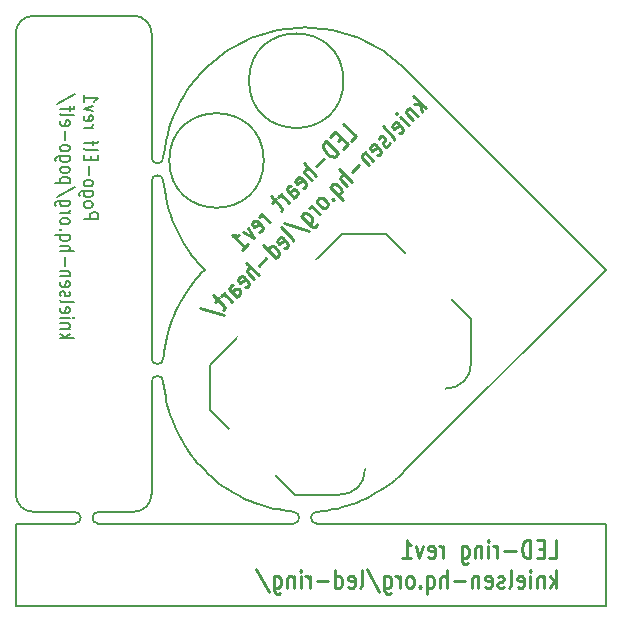
<source format=gbo>
G04 #@! TF.FileFunction,Legend,Bot*
%FSLAX46Y46*%
G04 Gerber Fmt 4.6, Leading zero omitted, Abs format (unit mm)*
G04 Created by KiCad (PCBNEW (2016-07-22 BZR 6991, Git 146a78a)-product) date Tue Jul 26 18:11:02 2016*
%MOMM*%
%LPD*%
G01*
G04 APERTURE LIST*
%ADD10C,0.100000*%
%ADD11C,0.200000*%
%ADD12C,0.250000*%
%ADD13C,0.275000*%
%ADD14C,0.150000*%
%ADD15C,1.416000*%
%ADD16R,2.432000X2.432000*%
%ADD17O,2.432000X2.432000*%
%ADD18R,2.432000X2.127200*%
%ADD19O,2.432000X2.127200*%
%ADD20R,2.398980X1.799540*%
%ADD21R,1.700480X2.851100*%
%ADD22O,1.504800X2.012800*%
%ADD23C,18.180000*%
G04 APERTURE END LIST*
D10*
D11*
X48000000Y-28250000D02*
G75*
G03X48000000Y-28250000I-4000000J0D01*
G01*
X54750000Y-21500000D02*
G75*
G03X54750000Y-21500000I-4000000J0D01*
G01*
X32757142Y-33196666D02*
X33957142Y-33196666D01*
X33957142Y-32815714D01*
X33900000Y-32720476D01*
X33842857Y-32672857D01*
X33728571Y-32625238D01*
X33557142Y-32625238D01*
X33442857Y-32672857D01*
X33385714Y-32720476D01*
X33328571Y-32815714D01*
X33328571Y-33196666D01*
X32757142Y-32053809D02*
X32814285Y-32149047D01*
X32871428Y-32196666D01*
X32985714Y-32244285D01*
X33328571Y-32244285D01*
X33442857Y-32196666D01*
X33500000Y-32149047D01*
X33557142Y-32053809D01*
X33557142Y-31910952D01*
X33500000Y-31815714D01*
X33442857Y-31768095D01*
X33328571Y-31720476D01*
X32985714Y-31720476D01*
X32871428Y-31768095D01*
X32814285Y-31815714D01*
X32757142Y-31910952D01*
X32757142Y-32053809D01*
X33557142Y-30863333D02*
X32585714Y-30863333D01*
X32471428Y-30910952D01*
X32414285Y-30958571D01*
X32357142Y-31053809D01*
X32357142Y-31196666D01*
X32414285Y-31291904D01*
X32814285Y-30863333D02*
X32757142Y-30958571D01*
X32757142Y-31149047D01*
X32814285Y-31244285D01*
X32871428Y-31291904D01*
X32985714Y-31339523D01*
X33328571Y-31339523D01*
X33442857Y-31291904D01*
X33500000Y-31244285D01*
X33557142Y-31149047D01*
X33557142Y-30958571D01*
X33500000Y-30863333D01*
X32757142Y-30244285D02*
X32814285Y-30339523D01*
X32871428Y-30387142D01*
X32985714Y-30434761D01*
X33328571Y-30434761D01*
X33442857Y-30387142D01*
X33500000Y-30339523D01*
X33557142Y-30244285D01*
X33557142Y-30101428D01*
X33500000Y-30006190D01*
X33442857Y-29958571D01*
X33328571Y-29910952D01*
X32985714Y-29910952D01*
X32871428Y-29958571D01*
X32814285Y-30006190D01*
X32757142Y-30101428D01*
X32757142Y-30244285D01*
X33214285Y-29482380D02*
X33214285Y-28720476D01*
X33385714Y-28244285D02*
X33385714Y-27910952D01*
X32757142Y-27768095D02*
X32757142Y-28244285D01*
X33957142Y-28244285D01*
X33957142Y-27768095D01*
X32757142Y-27196666D02*
X32814285Y-27291904D01*
X32928571Y-27339523D01*
X33957142Y-27339523D01*
X33557142Y-26958571D02*
X33557142Y-26577619D01*
X32757142Y-26815714D02*
X33785714Y-26815714D01*
X33900000Y-26768095D01*
X33957142Y-26672857D01*
X33957142Y-26577619D01*
X32757142Y-25482380D02*
X33557142Y-25482380D01*
X33328571Y-25482380D02*
X33442857Y-25434761D01*
X33500000Y-25387142D01*
X33557142Y-25291904D01*
X33557142Y-25196666D01*
X32814285Y-24482380D02*
X32757142Y-24577619D01*
X32757142Y-24768095D01*
X32814285Y-24863333D01*
X32928571Y-24910952D01*
X33385714Y-24910952D01*
X33500000Y-24863333D01*
X33557142Y-24768095D01*
X33557142Y-24577619D01*
X33500000Y-24482380D01*
X33385714Y-24434761D01*
X33271428Y-24434761D01*
X33157142Y-24910952D01*
X33557142Y-24101428D02*
X32757142Y-23863333D01*
X33557142Y-23625238D01*
X32757142Y-22720476D02*
X32757142Y-23291904D01*
X32757142Y-23006190D02*
X33957142Y-23006190D01*
X33785714Y-23101428D01*
X33671428Y-23196666D01*
X33614285Y-23291904D01*
X30757142Y-43291904D02*
X31957142Y-43291904D01*
X31214285Y-43196666D02*
X30757142Y-42910952D01*
X31557142Y-42910952D02*
X31099999Y-43291904D01*
X31557142Y-42482380D02*
X30757142Y-42482380D01*
X31442857Y-42482380D02*
X31499999Y-42434761D01*
X31557142Y-42339523D01*
X31557142Y-42196666D01*
X31499999Y-42101428D01*
X31385714Y-42053809D01*
X30757142Y-42053809D01*
X30757142Y-41577619D02*
X31557142Y-41577619D01*
X31957142Y-41577619D02*
X31899999Y-41625238D01*
X31842857Y-41577619D01*
X31899999Y-41530000D01*
X31957142Y-41577619D01*
X31842857Y-41577619D01*
X30814285Y-40720476D02*
X30757142Y-40815714D01*
X30757142Y-41006190D01*
X30814285Y-41101428D01*
X30928571Y-41149047D01*
X31385714Y-41149047D01*
X31499999Y-41101428D01*
X31557142Y-41006190D01*
X31557142Y-40815714D01*
X31499999Y-40720476D01*
X31385714Y-40672857D01*
X31271428Y-40672857D01*
X31157142Y-41149047D01*
X30757142Y-40101428D02*
X30814285Y-40196666D01*
X30928571Y-40244285D01*
X31957142Y-40244285D01*
X30814285Y-39768095D02*
X30757142Y-39672857D01*
X30757142Y-39482380D01*
X30814285Y-39387142D01*
X30928571Y-39339523D01*
X30985714Y-39339523D01*
X31099999Y-39387142D01*
X31157142Y-39482380D01*
X31157142Y-39625238D01*
X31214285Y-39720476D01*
X31328571Y-39768095D01*
X31385714Y-39768095D01*
X31499999Y-39720476D01*
X31557142Y-39625238D01*
X31557142Y-39482380D01*
X31499999Y-39387142D01*
X30814285Y-38530000D02*
X30757142Y-38625238D01*
X30757142Y-38815714D01*
X30814285Y-38910952D01*
X30928571Y-38958571D01*
X31385714Y-38958571D01*
X31499999Y-38910952D01*
X31557142Y-38815714D01*
X31557142Y-38625238D01*
X31499999Y-38530000D01*
X31385714Y-38482380D01*
X31271428Y-38482380D01*
X31157142Y-38958571D01*
X31557142Y-38053809D02*
X30757142Y-38053809D01*
X31442857Y-38053809D02*
X31499999Y-38006190D01*
X31557142Y-37910952D01*
X31557142Y-37768095D01*
X31499999Y-37672857D01*
X31385714Y-37625238D01*
X30757142Y-37625238D01*
X31214285Y-37149047D02*
X31214285Y-36387142D01*
X30757142Y-35910952D02*
X31957142Y-35910952D01*
X30757142Y-35482380D02*
X31385714Y-35482380D01*
X31499999Y-35530000D01*
X31557142Y-35625238D01*
X31557142Y-35768095D01*
X31499999Y-35863333D01*
X31442857Y-35910952D01*
X31557142Y-34577619D02*
X30357142Y-34577619D01*
X30814285Y-34577619D02*
X30757142Y-34672857D01*
X30757142Y-34863333D01*
X30814285Y-34958571D01*
X30871428Y-35006190D01*
X30985714Y-35053809D01*
X31328571Y-35053809D01*
X31442857Y-35006190D01*
X31499999Y-34958571D01*
X31557142Y-34863333D01*
X31557142Y-34672857D01*
X31499999Y-34577619D01*
X30871428Y-34101428D02*
X30814285Y-34053809D01*
X30757142Y-34101428D01*
X30814285Y-34149047D01*
X30871428Y-34101428D01*
X30757142Y-34101428D01*
X30757142Y-33482380D02*
X30814285Y-33577619D01*
X30871428Y-33625238D01*
X30985714Y-33672857D01*
X31328571Y-33672857D01*
X31442857Y-33625238D01*
X31499999Y-33577619D01*
X31557142Y-33482380D01*
X31557142Y-33339523D01*
X31499999Y-33244285D01*
X31442857Y-33196666D01*
X31328571Y-33149047D01*
X30985714Y-33149047D01*
X30871428Y-33196666D01*
X30814285Y-33244285D01*
X30757142Y-33339523D01*
X30757142Y-33482380D01*
X30757142Y-32720476D02*
X31557142Y-32720476D01*
X31328571Y-32720476D02*
X31442857Y-32672857D01*
X31499999Y-32625238D01*
X31557142Y-32530000D01*
X31557142Y-32434761D01*
X31557142Y-31672857D02*
X30585714Y-31672857D01*
X30471428Y-31720476D01*
X30414285Y-31768095D01*
X30357142Y-31863333D01*
X30357142Y-32006190D01*
X30414285Y-32101428D01*
X30814285Y-31672857D02*
X30757142Y-31768095D01*
X30757142Y-31958571D01*
X30814285Y-32053809D01*
X30871428Y-32101428D01*
X30985714Y-32149047D01*
X31328571Y-32149047D01*
X31442857Y-32101428D01*
X31500000Y-32053809D01*
X31557142Y-31958571D01*
X31557142Y-31768095D01*
X31500000Y-31672857D01*
X32014285Y-30482380D02*
X30471428Y-31339523D01*
X31557142Y-30149047D02*
X30357142Y-30149047D01*
X31500000Y-30149047D02*
X31557142Y-30053809D01*
X31557142Y-29863333D01*
X31500000Y-29768095D01*
X31442857Y-29720476D01*
X31328571Y-29672857D01*
X30985714Y-29672857D01*
X30871428Y-29720476D01*
X30814285Y-29768095D01*
X30757142Y-29863333D01*
X30757142Y-30053809D01*
X30814285Y-30149047D01*
X30757142Y-29101428D02*
X30814285Y-29196666D01*
X30871428Y-29244285D01*
X30985714Y-29291904D01*
X31328571Y-29291904D01*
X31442857Y-29244285D01*
X31500000Y-29196666D01*
X31557142Y-29101428D01*
X31557142Y-28958571D01*
X31500000Y-28863333D01*
X31442857Y-28815714D01*
X31328571Y-28768095D01*
X30985714Y-28768095D01*
X30871428Y-28815714D01*
X30814285Y-28863333D01*
X30757142Y-28958571D01*
X30757142Y-29101428D01*
X31557142Y-27910952D02*
X30585714Y-27910952D01*
X30471428Y-27958571D01*
X30414285Y-28006190D01*
X30357142Y-28101428D01*
X30357142Y-28244285D01*
X30414285Y-28339523D01*
X30814285Y-27910952D02*
X30757142Y-28006190D01*
X30757142Y-28196666D01*
X30814285Y-28291904D01*
X30871428Y-28339523D01*
X30985714Y-28387142D01*
X31328571Y-28387142D01*
X31442857Y-28339523D01*
X31500000Y-28291904D01*
X31557142Y-28196666D01*
X31557142Y-28006190D01*
X31500000Y-27910952D01*
X30757142Y-27291904D02*
X30814285Y-27387142D01*
X30871428Y-27434761D01*
X30985714Y-27482380D01*
X31328571Y-27482380D01*
X31442857Y-27434761D01*
X31500000Y-27387142D01*
X31557142Y-27291904D01*
X31557142Y-27149047D01*
X31500000Y-27053809D01*
X31442857Y-27006190D01*
X31328571Y-26958571D01*
X30985714Y-26958571D01*
X30871428Y-27006190D01*
X30814285Y-27053809D01*
X30757142Y-27149047D01*
X30757142Y-27291904D01*
X31214285Y-26530000D02*
X31214285Y-25768095D01*
X30814285Y-24910952D02*
X30757142Y-25006190D01*
X30757142Y-25196666D01*
X30814285Y-25291904D01*
X30928571Y-25339523D01*
X31385714Y-25339523D01*
X31500000Y-25291904D01*
X31557142Y-25196666D01*
X31557142Y-25006190D01*
X31500000Y-24910952D01*
X31385714Y-24863333D01*
X31271428Y-24863333D01*
X31157142Y-25339523D01*
X30757142Y-24291904D02*
X30814285Y-24387142D01*
X30928571Y-24434761D01*
X31957142Y-24434761D01*
X31557142Y-24053809D02*
X31557142Y-23672857D01*
X30757142Y-23910952D02*
X31785714Y-23910952D01*
X31900000Y-23863333D01*
X31957142Y-23768095D01*
X31957142Y-23672857D01*
X32014285Y-22625238D02*
X30471428Y-23482380D01*
D12*
X55380001Y-26611877D02*
X55784062Y-26207816D01*
X54723402Y-25147156D01*
X54541574Y-26339136D02*
X54258732Y-26621978D01*
X54693097Y-27298781D02*
X55097158Y-26894720D01*
X54036498Y-25834059D01*
X53632437Y-26238120D01*
X54329442Y-27662436D02*
X53268782Y-26601775D01*
X53066752Y-26803806D01*
X52996041Y-26975532D01*
X53016244Y-27157359D01*
X53076853Y-27298781D01*
X53238478Y-27541217D01*
X53390000Y-27692740D01*
X53632437Y-27854365D01*
X53773858Y-27914974D01*
X53955686Y-27935177D01*
X54127412Y-27864466D01*
X54329442Y-27662436D01*
X53076853Y-28106903D02*
X52430356Y-28753400D01*
X52430356Y-29561522D02*
X51369695Y-28500862D01*
X52066701Y-29925177D02*
X51511117Y-29369593D01*
X51450508Y-29228172D01*
X51480812Y-29096852D01*
X51602030Y-28975634D01*
X51733350Y-28945329D01*
X51824264Y-28955431D01*
X51288883Y-30601979D02*
X51420203Y-30571675D01*
X51581827Y-30410050D01*
X51612132Y-30278731D01*
X51551523Y-30137309D01*
X51147462Y-29733248D01*
X51006040Y-29672639D01*
X50874721Y-29702944D01*
X50713096Y-29864568D01*
X50682792Y-29995888D01*
X50743401Y-30137309D01*
X50844416Y-30238325D01*
X51349492Y-29935279D01*
X50571675Y-31420203D02*
X50016091Y-30864619D01*
X49955482Y-30723198D01*
X49985786Y-30591878D01*
X50147411Y-30430254D01*
X50278731Y-30399949D01*
X50521167Y-31369695D02*
X50652487Y-31339391D01*
X50854518Y-31137360D01*
X50884822Y-31006040D01*
X50824213Y-30864619D01*
X50723198Y-30763604D01*
X50581776Y-30702995D01*
X50450457Y-30733299D01*
X50248426Y-30935330D01*
X50117106Y-30965634D01*
X50167614Y-31824264D02*
X49460507Y-31117157D01*
X49662538Y-31319188D02*
X49521116Y-31258579D01*
X49430203Y-31248477D01*
X49298883Y-31278782D01*
X49218070Y-31359594D01*
X49056446Y-31521218D02*
X48733197Y-31844467D01*
X48581674Y-31288883D02*
X49490812Y-32198020D01*
X49551421Y-32339442D01*
X49521116Y-32470762D01*
X49440304Y-32551574D01*
X48510964Y-33480914D02*
X47803857Y-32773807D01*
X48005887Y-32975838D02*
X47864466Y-32915229D01*
X47773552Y-32905127D01*
X47642233Y-32935432D01*
X47561420Y-33016244D01*
X47611928Y-34278935D02*
X47743248Y-34248630D01*
X47904872Y-34087006D01*
X47935177Y-33955686D01*
X47874568Y-33814265D01*
X47470507Y-33410204D01*
X47329085Y-33349594D01*
X47197765Y-33379899D01*
X47036141Y-33541523D01*
X47005836Y-33672843D01*
X47066446Y-33814265D01*
X47167461Y-33915280D01*
X47672537Y-33612234D01*
X46632080Y-33945584D02*
X47137156Y-34854722D01*
X46228019Y-34349645D01*
X46167410Y-35824468D02*
X46652283Y-35339595D01*
X46409846Y-35582032D02*
X45349186Y-34521371D01*
X45581521Y-34592082D01*
X45763349Y-34612285D01*
X45894669Y-34581980D01*
X61713658Y-23813754D02*
X60652997Y-22753094D01*
X61228784Y-23490506D02*
X61390409Y-24137003D01*
X60683302Y-23429896D02*
X61410612Y-23510709D01*
X60319647Y-23793551D02*
X61026754Y-24500658D01*
X60420662Y-23894567D02*
X60329749Y-23884465D01*
X60198429Y-23914770D01*
X60077210Y-24035988D01*
X60046906Y-24167308D01*
X60107515Y-24308729D01*
X60663099Y-24864313D01*
X60259038Y-25268374D02*
X59551931Y-24561267D01*
X59198378Y-24207714D02*
X59289291Y-24217815D01*
X59299393Y-24308729D01*
X59208479Y-24298628D01*
X59198378Y-24207714D01*
X59299393Y-24308729D01*
X59481220Y-25945176D02*
X59612540Y-25914872D01*
X59774165Y-25753247D01*
X59804469Y-25621927D01*
X59743860Y-25480506D01*
X59339799Y-25076445D01*
X59198378Y-25015836D01*
X59067058Y-25046141D01*
X58905433Y-25207765D01*
X58875129Y-25339085D01*
X58935738Y-25480506D01*
X59036753Y-25581521D01*
X59541830Y-25278476D01*
X59006449Y-26520963D02*
X59036753Y-26389643D01*
X58976144Y-26248222D01*
X58067007Y-25339085D01*
X58673098Y-26753298D02*
X58642794Y-26884618D01*
X58481169Y-27046243D01*
X58349850Y-27076547D01*
X58208428Y-27015938D01*
X58157921Y-26965430D01*
X58097311Y-26824009D01*
X58127616Y-26692689D01*
X58248834Y-26571471D01*
X58279139Y-26440151D01*
X58218530Y-26298730D01*
X58168022Y-26248222D01*
X58026601Y-26187613D01*
X57895281Y-26217917D01*
X57774063Y-26339136D01*
X57743758Y-26470456D01*
X57622540Y-27803857D02*
X57753860Y-27773552D01*
X57915484Y-27611928D01*
X57945789Y-27480608D01*
X57885179Y-27339187D01*
X57481118Y-26935126D01*
X57339697Y-26874517D01*
X57208377Y-26904821D01*
X57046753Y-27066446D01*
X57016448Y-27197765D01*
X57077057Y-27339187D01*
X57178073Y-27440202D01*
X57683149Y-27137156D01*
X56561880Y-27551319D02*
X57268986Y-28258426D01*
X56662895Y-27652334D02*
X56571981Y-27642233D01*
X56440661Y-27672537D01*
X56319443Y-27793755D01*
X56289138Y-27925075D01*
X56349747Y-28066497D01*
X56905331Y-28622081D01*
X56097209Y-28622081D02*
X55450712Y-29268578D01*
X55450712Y-30076700D02*
X54390052Y-29016040D01*
X55087057Y-30440355D02*
X54531473Y-29884771D01*
X54470864Y-29743350D01*
X54501168Y-29612030D01*
X54622387Y-29490812D01*
X54753706Y-29460507D01*
X54844620Y-29470609D01*
X53612234Y-30500964D02*
X54672894Y-31561624D01*
X54268833Y-31157563D02*
X54400153Y-31127259D01*
X54561777Y-30965634D01*
X54592082Y-30834315D01*
X54581981Y-30743401D01*
X54521371Y-30601980D01*
X54218326Y-30298934D01*
X54076904Y-30238325D01*
X53985991Y-30228223D01*
X53854671Y-30258528D01*
X53693046Y-30420152D01*
X53662742Y-30551472D01*
X53814265Y-31511117D02*
X53824366Y-31602031D01*
X53915280Y-31612132D01*
X53905178Y-31521218D01*
X53814265Y-31511117D01*
X53915280Y-31612132D01*
X53390001Y-32137411D02*
X53420305Y-32006092D01*
X53410204Y-31915178D01*
X53349594Y-31773756D01*
X53046549Y-31470711D01*
X52905127Y-31410102D01*
X52814214Y-31400000D01*
X52682894Y-31430305D01*
X52561675Y-31551523D01*
X52531371Y-31682843D01*
X52541472Y-31773756D01*
X52602082Y-31915178D01*
X52905127Y-32218224D01*
X53046549Y-32278833D01*
X53137462Y-32288934D01*
X53268782Y-32258630D01*
X53390001Y-32137411D01*
X52743503Y-32783909D02*
X52036396Y-32076802D01*
X52238427Y-32278833D02*
X52097005Y-32218224D01*
X52006092Y-32208122D01*
X51874772Y-32238427D01*
X51793960Y-32319239D01*
X51147462Y-32965736D02*
X52006092Y-33824366D01*
X52147513Y-33884975D01*
X52238427Y-33895077D01*
X52369746Y-33864772D01*
X52490965Y-33743554D01*
X52521269Y-33612234D01*
X51804061Y-33622336D02*
X51935381Y-33592031D01*
X52097005Y-33430407D01*
X52127310Y-33299087D01*
X52117208Y-33208173D01*
X52056599Y-33066752D01*
X51753553Y-32763706D01*
X51612132Y-32703097D01*
X51521218Y-32692995D01*
X51389898Y-32723300D01*
X51228274Y-32884924D01*
X51197970Y-33016244D01*
X49733248Y-33571828D02*
X51824264Y-34208224D01*
X50440355Y-35087057D02*
X50470660Y-34955737D01*
X50410051Y-34814316D01*
X49500913Y-33905178D01*
X49743350Y-35683047D02*
X49874670Y-35652742D01*
X50036294Y-35491118D01*
X50066599Y-35359798D01*
X50005990Y-35218377D01*
X49601928Y-34814316D01*
X49460507Y-34753706D01*
X49329187Y-34784011D01*
X49167563Y-34945635D01*
X49137258Y-35076955D01*
X49197867Y-35218377D01*
X49298883Y-35319392D01*
X49803959Y-35016346D01*
X49026142Y-36501270D02*
X47965481Y-35440610D01*
X48975634Y-36450763D02*
X49106954Y-36420458D01*
X49268578Y-36258834D01*
X49298883Y-36127514D01*
X49288781Y-36036600D01*
X49228172Y-35895179D01*
X48925126Y-35592133D01*
X48783705Y-35531524D01*
X48692791Y-35521422D01*
X48561471Y-35551727D01*
X48399847Y-35713351D01*
X48369542Y-35844671D01*
X48218020Y-36501270D02*
X47571522Y-37147768D01*
X47571522Y-37955890D02*
X46510862Y-36895230D01*
X47207867Y-38319545D02*
X46652283Y-37763961D01*
X46591674Y-37622540D01*
X46621978Y-37491220D01*
X46743197Y-37370002D01*
X46874517Y-37339697D01*
X46965430Y-37349799D01*
X46430050Y-38996347D02*
X46561369Y-38966043D01*
X46722994Y-38804418D01*
X46753298Y-38673098D01*
X46692689Y-38531677D01*
X46288628Y-38127616D01*
X46147207Y-38067007D01*
X46015887Y-38097311D01*
X45854263Y-38258936D01*
X45823958Y-38390256D01*
X45884567Y-38531677D01*
X45985582Y-38632692D01*
X46490659Y-38329646D01*
X45712841Y-39814571D02*
X45157257Y-39258987D01*
X45096648Y-39117565D01*
X45126953Y-38986246D01*
X45288577Y-38824621D01*
X45419897Y-38794317D01*
X45662334Y-39764063D02*
X45793653Y-39733759D01*
X45995684Y-39531728D01*
X46025988Y-39400408D01*
X45965379Y-39258987D01*
X45864364Y-39157972D01*
X45722943Y-39097362D01*
X45591623Y-39127667D01*
X45389592Y-39329697D01*
X45258273Y-39360002D01*
X45308780Y-40218632D02*
X44601673Y-39511525D01*
X44803704Y-39713555D02*
X44662283Y-39652946D01*
X44571369Y-39642845D01*
X44440049Y-39673149D01*
X44359237Y-39753962D01*
X44197612Y-39915586D02*
X43874364Y-40238835D01*
X43722841Y-39683251D02*
X44631978Y-40592388D01*
X44692587Y-40733810D01*
X44662283Y-40865129D01*
X44581470Y-40945942D01*
X42581368Y-40723708D02*
X44672384Y-41360104D01*
D13*
X72128392Y-61916071D02*
X72723630Y-61916071D01*
X72723630Y-60416071D01*
X71711726Y-61130357D02*
X71295059Y-61130357D01*
X71116488Y-61916071D02*
X71711726Y-61916071D01*
X71711726Y-60416071D01*
X71116488Y-60416071D01*
X70580773Y-61916071D02*
X70580773Y-60416071D01*
X70283154Y-60416071D01*
X70104583Y-60487500D01*
X69985535Y-60630357D01*
X69926011Y-60773214D01*
X69866488Y-61058928D01*
X69866488Y-61273214D01*
X69926011Y-61558928D01*
X69985535Y-61701785D01*
X70104583Y-61844642D01*
X70283154Y-61916071D01*
X70580773Y-61916071D01*
X69330773Y-61344642D02*
X68378392Y-61344642D01*
X67783154Y-61916071D02*
X67783154Y-60916071D01*
X67783154Y-61201785D02*
X67723630Y-61058928D01*
X67664107Y-60987500D01*
X67545059Y-60916071D01*
X67426011Y-60916071D01*
X67009345Y-61916071D02*
X67009345Y-60916071D01*
X67009345Y-60416071D02*
X67068869Y-60487500D01*
X67009345Y-60558928D01*
X66949821Y-60487500D01*
X67009345Y-60416071D01*
X67009345Y-60558928D01*
X66414107Y-60916071D02*
X66414107Y-61916071D01*
X66414107Y-61058928D02*
X66354583Y-60987500D01*
X66235535Y-60916071D01*
X66056964Y-60916071D01*
X65937916Y-60987500D01*
X65878392Y-61130357D01*
X65878392Y-61916071D01*
X64747440Y-60916071D02*
X64747440Y-62130357D01*
X64806964Y-62273214D01*
X64866488Y-62344642D01*
X64985535Y-62416071D01*
X65164107Y-62416071D01*
X65283154Y-62344642D01*
X64747440Y-61844642D02*
X64866488Y-61916071D01*
X65104583Y-61916071D01*
X65223630Y-61844642D01*
X65283154Y-61773214D01*
X65342678Y-61630357D01*
X65342678Y-61201785D01*
X65283154Y-61058928D01*
X65223630Y-60987500D01*
X65104583Y-60916071D01*
X64866488Y-60916071D01*
X64747440Y-60987500D01*
X63199821Y-61916071D02*
X63199821Y-60916071D01*
X63199821Y-61201785D02*
X63140297Y-61058928D01*
X63080773Y-60987500D01*
X62961726Y-60916071D01*
X62842678Y-60916071D01*
X61949821Y-61844642D02*
X62068869Y-61916071D01*
X62306964Y-61916071D01*
X62426011Y-61844642D01*
X62485535Y-61701785D01*
X62485535Y-61130357D01*
X62426011Y-60987500D01*
X62306964Y-60916071D01*
X62068869Y-60916071D01*
X61949821Y-60987500D01*
X61890297Y-61130357D01*
X61890297Y-61273214D01*
X62485535Y-61416071D01*
X61473630Y-60916071D02*
X61176011Y-61916071D01*
X60878392Y-60916071D01*
X59747440Y-61916071D02*
X60461726Y-61916071D01*
X60104583Y-61916071D02*
X60104583Y-60416071D01*
X60223630Y-60630357D01*
X60342678Y-60773214D01*
X60461726Y-60844642D01*
X72723630Y-64441071D02*
X72723630Y-62941071D01*
X72604583Y-63869642D02*
X72247440Y-64441071D01*
X72247440Y-63441071D02*
X72723630Y-64012500D01*
X71711726Y-63441071D02*
X71711726Y-64441071D01*
X71711726Y-63583928D02*
X71652202Y-63512500D01*
X71533154Y-63441071D01*
X71354583Y-63441071D01*
X71235535Y-63512500D01*
X71176011Y-63655357D01*
X71176011Y-64441071D01*
X70580773Y-64441071D02*
X70580773Y-63441071D01*
X70580773Y-62941071D02*
X70640297Y-63012500D01*
X70580773Y-63083928D01*
X70521250Y-63012500D01*
X70580773Y-62941071D01*
X70580773Y-63083928D01*
X69509345Y-64369642D02*
X69628392Y-64441071D01*
X69866488Y-64441071D01*
X69985535Y-64369642D01*
X70045059Y-64226785D01*
X70045059Y-63655357D01*
X69985535Y-63512500D01*
X69866488Y-63441071D01*
X69628392Y-63441071D01*
X69509345Y-63512500D01*
X69449821Y-63655357D01*
X69449821Y-63798214D01*
X70045059Y-63941071D01*
X68735535Y-64441071D02*
X68854583Y-64369642D01*
X68914107Y-64226785D01*
X68914107Y-62941071D01*
X68318869Y-64369642D02*
X68199821Y-64441071D01*
X67961726Y-64441071D01*
X67842678Y-64369642D01*
X67783154Y-64226785D01*
X67783154Y-64155357D01*
X67842678Y-64012500D01*
X67961726Y-63941071D01*
X68140297Y-63941071D01*
X68259345Y-63869642D01*
X68318869Y-63726785D01*
X68318869Y-63655357D01*
X68259345Y-63512500D01*
X68140297Y-63441071D01*
X67961726Y-63441071D01*
X67842678Y-63512500D01*
X66771250Y-64369642D02*
X66890297Y-64441071D01*
X67128392Y-64441071D01*
X67247440Y-64369642D01*
X67306964Y-64226785D01*
X67306964Y-63655357D01*
X67247440Y-63512500D01*
X67128392Y-63441071D01*
X66890297Y-63441071D01*
X66771250Y-63512500D01*
X66711726Y-63655357D01*
X66711726Y-63798214D01*
X67306964Y-63941071D01*
X66176011Y-63441071D02*
X66176011Y-64441071D01*
X66176011Y-63583928D02*
X66116488Y-63512500D01*
X65997440Y-63441071D01*
X65818869Y-63441071D01*
X65699821Y-63512500D01*
X65640297Y-63655357D01*
X65640297Y-64441071D01*
X65045059Y-63869642D02*
X64092678Y-63869642D01*
X63497440Y-64441071D02*
X63497440Y-62941071D01*
X62961726Y-64441071D02*
X62961726Y-63655357D01*
X63021250Y-63512500D01*
X63140297Y-63441071D01*
X63318869Y-63441071D01*
X63437916Y-63512500D01*
X63497440Y-63583928D01*
X61830773Y-63441071D02*
X61830773Y-64941071D01*
X61830773Y-64369642D02*
X61949821Y-64441071D01*
X62187916Y-64441071D01*
X62306964Y-64369642D01*
X62366488Y-64298214D01*
X62426011Y-64155357D01*
X62426011Y-63726785D01*
X62366488Y-63583928D01*
X62306964Y-63512500D01*
X62187916Y-63441071D01*
X61949821Y-63441071D01*
X61830773Y-63512500D01*
X61235535Y-64298214D02*
X61176011Y-64369642D01*
X61235535Y-64441071D01*
X61295059Y-64369642D01*
X61235535Y-64298214D01*
X61235535Y-64441071D01*
X60461726Y-64441071D02*
X60580773Y-64369642D01*
X60640297Y-64298214D01*
X60699821Y-64155357D01*
X60699821Y-63726785D01*
X60640297Y-63583928D01*
X60580773Y-63512500D01*
X60461726Y-63441071D01*
X60283154Y-63441071D01*
X60164107Y-63512500D01*
X60104583Y-63583928D01*
X60045059Y-63726785D01*
X60045059Y-64155357D01*
X60104583Y-64298214D01*
X60164107Y-64369642D01*
X60283154Y-64441071D01*
X60461726Y-64441071D01*
X59509345Y-64441071D02*
X59509345Y-63441071D01*
X59509345Y-63726785D02*
X59449821Y-63583928D01*
X59390297Y-63512500D01*
X59271250Y-63441071D01*
X59152202Y-63441071D01*
X58199821Y-63441071D02*
X58199821Y-64655357D01*
X58259345Y-64798214D01*
X58318869Y-64869642D01*
X58437916Y-64941071D01*
X58616488Y-64941071D01*
X58735535Y-64869642D01*
X58199821Y-64369642D02*
X58318869Y-64441071D01*
X58556964Y-64441071D01*
X58676011Y-64369642D01*
X58735535Y-64298214D01*
X58795059Y-64155357D01*
X58795059Y-63726785D01*
X58735535Y-63583928D01*
X58676011Y-63512500D01*
X58556964Y-63441071D01*
X58318869Y-63441071D01*
X58199821Y-63512500D01*
X56711726Y-62869642D02*
X57783154Y-64798214D01*
X56116488Y-64441071D02*
X56235535Y-64369642D01*
X56295059Y-64226785D01*
X56295059Y-62941071D01*
X55164107Y-64369642D02*
X55283154Y-64441071D01*
X55521250Y-64441071D01*
X55640297Y-64369642D01*
X55699821Y-64226785D01*
X55699821Y-63655357D01*
X55640297Y-63512500D01*
X55521250Y-63441071D01*
X55283154Y-63441071D01*
X55164107Y-63512500D01*
X55104583Y-63655357D01*
X55104583Y-63798214D01*
X55699821Y-63941071D01*
X54033154Y-64441071D02*
X54033154Y-62941071D01*
X54033154Y-64369642D02*
X54152202Y-64441071D01*
X54390297Y-64441071D01*
X54509345Y-64369642D01*
X54568869Y-64298214D01*
X54628392Y-64155357D01*
X54628392Y-63726785D01*
X54568869Y-63583928D01*
X54509345Y-63512500D01*
X54390297Y-63441071D01*
X54152202Y-63441071D01*
X54033154Y-63512500D01*
X53437916Y-63869642D02*
X52485535Y-63869642D01*
X51890297Y-64441071D02*
X51890297Y-63441071D01*
X51890297Y-63726785D02*
X51830773Y-63583928D01*
X51771250Y-63512500D01*
X51652202Y-63441071D01*
X51533154Y-63441071D01*
X51116488Y-64441071D02*
X51116488Y-63441071D01*
X51116488Y-62941071D02*
X51176011Y-63012500D01*
X51116488Y-63083928D01*
X51056964Y-63012500D01*
X51116488Y-62941071D01*
X51116488Y-63083928D01*
X50521250Y-63441071D02*
X50521250Y-64441071D01*
X50521250Y-63583928D02*
X50461726Y-63512500D01*
X50342678Y-63441071D01*
X50164107Y-63441071D01*
X50045059Y-63512500D01*
X49985535Y-63655357D01*
X49985535Y-64441071D01*
X48854583Y-63441071D02*
X48854583Y-64655357D01*
X48914107Y-64798214D01*
X48973630Y-64869642D01*
X49092678Y-64941071D01*
X49271250Y-64941071D01*
X49390297Y-64869642D01*
X48854583Y-64369642D02*
X48973630Y-64441071D01*
X49211726Y-64441071D01*
X49330773Y-64369642D01*
X49390297Y-64298214D01*
X49449821Y-64155357D01*
X49449821Y-63726785D01*
X49390297Y-63583928D01*
X49330773Y-63512500D01*
X49211726Y-63441071D01*
X48973630Y-63441071D01*
X48854583Y-63512500D01*
X47366488Y-62869642D02*
X48437916Y-64798214D01*
D14*
X38500000Y-17500000D02*
G75*
G03X37000000Y-16000000I-1500000J0D01*
G01*
X28500000Y-16000000D02*
G75*
G03X27000000Y-17500000I0J-1500000D01*
G01*
X37000000Y-58000000D02*
G75*
G03X38500000Y-56500000I0J1500000D01*
G01*
X27000000Y-56500000D02*
G75*
G03X28500000Y-58000000I1500000J0D01*
G01*
X43260000Y-54760000D02*
X43000000Y-54500000D01*
X43580000Y-55060000D02*
X43260000Y-54760000D01*
X43860000Y-55280000D02*
X43580000Y-55060000D01*
X44170000Y-55550000D02*
X43860000Y-55280000D01*
X44480000Y-55780000D02*
X44170000Y-55550000D01*
X44810000Y-55990000D02*
X44480000Y-55780000D01*
X45100000Y-56190000D02*
X44810000Y-55990000D01*
X45460000Y-56410000D02*
X45100000Y-56190000D01*
X45800000Y-56590000D02*
X45460000Y-56410000D01*
X46240000Y-56810000D02*
X45800000Y-56590000D01*
X46540000Y-56960000D02*
X46240000Y-56810000D01*
X46880000Y-57100000D02*
X46540000Y-56960000D01*
X47180000Y-57230000D02*
X46880000Y-57100000D01*
X47570000Y-57370000D02*
X47180000Y-57230000D01*
X48000000Y-57500000D02*
X47570000Y-57370000D01*
X48400000Y-57620000D02*
X48000000Y-57500000D01*
X48790000Y-57720000D02*
X48400000Y-57620000D01*
X49190000Y-57800000D02*
X48790000Y-57720000D01*
X49600000Y-57880000D02*
X49190000Y-57800000D01*
X49980000Y-57930000D02*
X49600000Y-57880000D01*
X50300000Y-57960000D02*
X49980000Y-57930000D01*
X50500000Y-58000000D02*
X50300000Y-57960000D01*
X53010000Y-57940000D02*
X52500000Y-58000000D01*
X53350000Y-57890000D02*
X53010000Y-57940000D01*
X53800000Y-57800000D02*
X53350000Y-57890000D01*
X54260000Y-57720000D02*
X53800000Y-57800000D01*
X54650000Y-57620000D02*
X54260000Y-57720000D01*
X54940000Y-57510000D02*
X54650000Y-57620000D01*
X55530000Y-57340000D02*
X54940000Y-57510000D01*
X55860000Y-57230000D02*
X55530000Y-57340000D01*
X56130000Y-57090000D02*
X55860000Y-57230000D01*
X56540000Y-56930000D02*
X56130000Y-57090000D01*
X56830000Y-56790000D02*
X56540000Y-56930000D01*
X57180000Y-56590000D02*
X56830000Y-56790000D01*
X57620000Y-56360000D02*
X57180000Y-56590000D01*
X57920000Y-56180000D02*
X57620000Y-56360000D01*
X58200000Y-55980000D02*
X57920000Y-56180000D01*
X58610000Y-55700000D02*
X58200000Y-55980000D01*
X58930000Y-55470000D02*
X58610000Y-55700000D01*
X59150000Y-55270000D02*
X58930000Y-55470000D01*
X59500000Y-54980000D02*
X59150000Y-55270000D01*
X59710000Y-54790000D02*
X59500000Y-54980000D01*
X60000000Y-54500000D02*
X59710000Y-54790000D01*
X52500000Y-59000000D02*
X77000000Y-59000000D01*
X50500000Y-59000000D02*
X34000000Y-59000000D01*
X34000000Y-58000000D02*
G75*
G03X34000000Y-59000000I0J-500000D01*
G01*
X52500000Y-58000000D02*
G75*
G03X52500000Y-59000000I0J-500000D01*
G01*
X50500000Y-59000000D02*
G75*
G03X50500000Y-58000000I0J500000D01*
G01*
X32000000Y-59000000D02*
G75*
G03X32500000Y-58500000I0J500000D01*
G01*
X32000000Y-59000000D02*
X27000000Y-59000000D01*
X77000000Y-66000000D02*
X77000000Y-59000000D01*
X27000000Y-66000000D02*
X77000000Y-66000000D01*
X27000000Y-59000000D02*
X27000000Y-66000000D01*
X38500000Y-47000000D02*
X38500000Y-56500000D01*
X38500000Y-30000000D02*
X38500000Y-45000000D01*
X42990000Y-54480000D02*
X43000000Y-54500000D01*
X42650000Y-54130000D02*
X42990000Y-54480000D01*
X42380000Y-53830000D02*
X42650000Y-54130000D01*
X42200000Y-53610000D02*
X42380000Y-53830000D01*
X41880000Y-53210000D02*
X42200000Y-53610000D01*
X41650000Y-52900000D02*
X41880000Y-53210000D01*
X41510000Y-52680000D02*
X41650000Y-52900000D01*
X41250000Y-52290000D02*
X41510000Y-52680000D01*
X41040000Y-51950000D02*
X41250000Y-52290000D01*
X40910000Y-51690000D02*
X41040000Y-51950000D01*
X40700000Y-51300000D02*
X40910000Y-51690000D01*
X40530000Y-50950000D02*
X40700000Y-51300000D01*
X40400000Y-50600000D02*
X40530000Y-50950000D01*
X40220000Y-50180000D02*
X40400000Y-50600000D01*
X40100000Y-49840000D02*
X40220000Y-50180000D01*
X40000000Y-49500000D02*
X40100000Y-49840000D01*
X39830000Y-48980000D02*
X40000000Y-49500000D01*
X39760000Y-48650000D02*
X39830000Y-48980000D01*
X39700000Y-48310000D02*
X39760000Y-48650000D01*
X39610000Y-47830000D02*
X39700000Y-48310000D01*
X39540000Y-47420000D02*
X39610000Y-47830000D01*
X39500000Y-47000000D02*
X39540000Y-47420000D01*
X39500000Y-47000000D02*
G75*
G03X38500000Y-47000000I-500000J0D01*
G01*
X38500000Y-45000000D02*
G75*
G03X39500000Y-45000000I500000J0D01*
G01*
X39540000Y-44810000D02*
X39500000Y-45000000D01*
X39580000Y-44450000D02*
X39540000Y-44810000D01*
X39640000Y-44020000D02*
X39580000Y-44450000D01*
X39710000Y-43660000D02*
X39640000Y-44020000D01*
X39800000Y-43210000D02*
X39710000Y-43660000D01*
X39900000Y-42840000D02*
X39800000Y-43210000D01*
X40000000Y-42500000D02*
X39900000Y-42840000D01*
X40150000Y-42040000D02*
X40000000Y-42500000D01*
X40260000Y-41730000D02*
X40150000Y-42040000D01*
X40400000Y-41390000D02*
X40260000Y-41730000D01*
X40600000Y-40940000D02*
X40400000Y-41390000D01*
X40750000Y-40620000D02*
X40600000Y-40940000D01*
X40910000Y-40300000D02*
X40750000Y-40620000D01*
X41160000Y-39870000D02*
X40910000Y-40300000D01*
X41300000Y-39640000D02*
X41160000Y-39870000D01*
X41550000Y-39260000D02*
X41300000Y-39640000D01*
X41800000Y-38910000D02*
X41550000Y-39260000D01*
X42020000Y-38600000D02*
X41800000Y-38910000D01*
X42260000Y-38320000D02*
X42020000Y-38600000D01*
X42520000Y-38010000D02*
X42260000Y-38320000D01*
X42710000Y-37790000D02*
X42520000Y-38010000D01*
X43000000Y-37500000D02*
X42710000Y-37790000D01*
X38500000Y-17500000D02*
X38500000Y-28000000D01*
X60000000Y-20500000D02*
G75*
G03X43000000Y-20500000I-8500000J-8500000D01*
G01*
X42650000Y-37160000D02*
X43000000Y-37500000D01*
X42440000Y-36910000D02*
X42650000Y-37160000D01*
X42200000Y-36600000D02*
X42440000Y-36910000D01*
X41960000Y-36330000D02*
X42200000Y-36600000D01*
X41780000Y-36080000D02*
X41960000Y-36330000D01*
X41510000Y-35690000D02*
X41780000Y-36080000D01*
X41280000Y-35330000D02*
X41510000Y-35690000D01*
X41080000Y-35000000D02*
X41280000Y-35330000D01*
X40900000Y-34680000D02*
X41080000Y-35000000D01*
X40710000Y-34320000D02*
X40900000Y-34680000D01*
X40550000Y-33990000D02*
X40710000Y-34320000D01*
X40400000Y-33600000D02*
X40550000Y-33990000D01*
X40260000Y-33280000D02*
X40400000Y-33600000D01*
X40120000Y-32890000D02*
X40260000Y-33280000D01*
X40000000Y-32500000D02*
X40120000Y-32890000D01*
X39820000Y-31860000D02*
X40000000Y-32500000D01*
X39700000Y-31320000D02*
X39820000Y-31860000D01*
X39600000Y-30750000D02*
X39700000Y-31320000D01*
X39500000Y-30000000D02*
X39600000Y-30750000D01*
X39600000Y-27300000D02*
X39500000Y-28000000D01*
X39720000Y-26620000D02*
X39600000Y-27300000D01*
X39860000Y-26000000D02*
X39720000Y-26620000D01*
X40000000Y-25490000D02*
X39860000Y-26000000D01*
X40170000Y-24990000D02*
X40000000Y-25490000D01*
X40400000Y-24390000D02*
X40170000Y-24990000D01*
X40730000Y-23690000D02*
X40400000Y-24390000D01*
X40910000Y-23320000D02*
X40730000Y-23690000D01*
X41240000Y-22770000D02*
X40910000Y-23320000D01*
X41540000Y-22280000D02*
X41240000Y-22770000D01*
X41770000Y-21970000D02*
X41540000Y-22280000D01*
X42170000Y-21430000D02*
X41770000Y-21970000D01*
X42330000Y-21240000D02*
X42170000Y-21430000D01*
X42610000Y-20930000D02*
X42330000Y-21240000D01*
X43000000Y-20500000D02*
X42610000Y-20930000D01*
X39500000Y-30000000D02*
G75*
G03X38500000Y-30000000I-500000J0D01*
G01*
X38500000Y-28000000D02*
G75*
G03X39500000Y-28000000I500000J0D01*
G01*
X77000000Y-37500000D02*
X60000000Y-20500000D01*
X60000000Y-54500000D02*
X77000000Y-37500000D01*
X37000000Y-58000000D02*
X34000000Y-58000000D01*
X32000000Y-58000000D02*
X28500000Y-58000000D01*
X32500000Y-58500000D02*
G75*
G03X32000000Y-58000000I-500000J0D01*
G01*
X28500000Y-16000000D02*
X37000000Y-16000000D01*
X27000000Y-56500000D02*
X27000000Y-17500000D01*
X56567148Y-54302996D02*
G75*
G02X63390454Y-47565459I6913108J-177260D01*
G01*
X56565459Y-54390454D02*
G75*
G02X54410197Y-56545715I-2065459J-89802D01*
G01*
X65545715Y-45410197D02*
G75*
G02X63390454Y-47565459I-2065459J-89803D01*
G01*
X65545715Y-45410197D02*
X65545715Y-41638490D01*
X50638490Y-56545715D02*
X54410197Y-56545715D01*
X43454285Y-49361510D02*
X50638490Y-56545715D01*
X43454285Y-45589803D02*
X43454285Y-49361510D01*
X54589803Y-34454285D02*
X43454285Y-45589803D01*
X58361510Y-34454285D02*
X54589803Y-34454285D01*
X65545715Y-41638490D02*
X58361510Y-34454285D01*
%LPC*%
D15*
X67196051Y-33900000D03*
X66298025Y-33001975D03*
X65400000Y-32103949D03*
X64501974Y-31205924D03*
X63603949Y-30307898D03*
X65400000Y-33900000D03*
X64501974Y-33001975D03*
X63603949Y-32103949D03*
X62705923Y-31205924D03*
X31060000Y-63135000D03*
X32330000Y-63135000D03*
X33600000Y-63135000D03*
X34870000Y-63135000D03*
X36140000Y-63135000D03*
X32330000Y-61865000D03*
X33600000Y-61865000D03*
X34870000Y-61865000D03*
X36140000Y-61865000D03*
D16*
X29050000Y-63800000D03*
D17*
X29050000Y-61260000D03*
D16*
X36068000Y-45212000D03*
D17*
X33528000Y-45212000D03*
D16*
X36068000Y-40132000D03*
D17*
X33528000Y-40132000D03*
D16*
X36068000Y-37592000D03*
D17*
X33528000Y-37592000D03*
D18*
X28800000Y-27420000D03*
D19*
X28800000Y-29960000D03*
X28800000Y-32500000D03*
X28800000Y-35040000D03*
X28800000Y-37580000D03*
X28800000Y-40120000D03*
D20*
X35920680Y-20810220D03*
X30119320Y-20810220D03*
D21*
X35745420Y-17929860D03*
X30294580Y-17929860D03*
D22*
X30460000Y-54111000D03*
X31730000Y-54111000D03*
X33000000Y-54111000D03*
X34270000Y-54111000D03*
X35540000Y-54111000D03*
X30460000Y-55889000D03*
X31730000Y-55889000D03*
X33000000Y-55889000D03*
X34270000Y-55889000D03*
X35540000Y-55889000D03*
D10*
G36*
X61684205Y-34440849D02*
X65559151Y-38315795D01*
X63480257Y-40394689D01*
X59605311Y-36519743D01*
X61684205Y-34440849D01*
X61684205Y-34440849D01*
G37*
G36*
X45519743Y-50605311D02*
X49394689Y-54480257D01*
X47315795Y-56559151D01*
X43440849Y-52684205D01*
X45519743Y-50605311D01*
X45519743Y-50605311D01*
G37*
D23*
X54500000Y-45500000D03*
D16*
X36068000Y-42672000D03*
D17*
X33528000Y-42672000D03*
D16*
X36068000Y-35052000D03*
D17*
X33528000Y-35052000D03*
M02*

</source>
